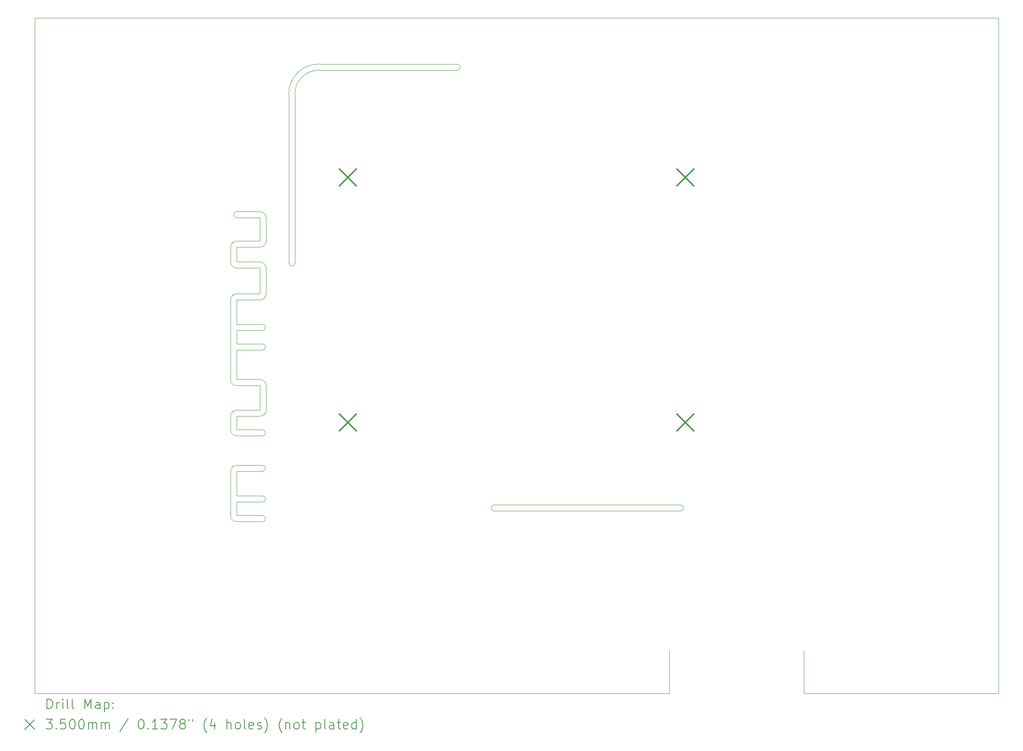
<source format=gbr>
%TF.GenerationSoftware,KiCad,Pcbnew,7.0.9*%
%TF.CreationDate,2024-03-27T11:05:03+01:00*%
%TF.ProjectId,supersmymps v2,73757065-7273-46d7-996d-70732076322e,rev?*%
%TF.SameCoordinates,Original*%
%TF.FileFunction,Drillmap*%
%TF.FilePolarity,Positive*%
%FSLAX45Y45*%
G04 Gerber Fmt 4.5, Leading zero omitted, Abs format (unit mm)*
G04 Created by KiCad (PCBNEW 7.0.9) date 2024-03-27 11:05:03*
%MOMM*%
%LPD*%
G01*
G04 APERTURE LIST*
%ADD10C,0.100000*%
%ADD11C,0.200000*%
%ADD12C,0.350000*%
G04 APERTURE END LIST*
D10*
X6191000Y-7715000D02*
G75*
G03*
X6064000Y-7842000I0J-127000D01*
G01*
X6191000Y-6749800D02*
X6673600Y-6749800D01*
X6673600Y-7842000D02*
X6191000Y-7842000D01*
X11537700Y-12090400D02*
G75*
G03*
X11537700Y-12217400I0J-63500D01*
G01*
X10763000Y-3079500D02*
G75*
G03*
X10763000Y-2952500I0J63500D01*
G01*
X6721860Y-11395460D02*
X6191000Y-11392920D01*
X6064000Y-8286500D02*
X6064000Y-7842000D01*
X6673600Y-9493000D02*
X6191000Y-9493000D01*
X15163800Y-15113000D02*
X15163800Y-16002000D01*
X6724400Y-8477000D02*
G75*
G03*
X6724400Y-8350000I0J63500D01*
G01*
X2000000Y-2000000D02*
X2000000Y-16000000D01*
X6191000Y-10534400D02*
X6191000Y-10255000D01*
X6673600Y-10128000D02*
X6673600Y-9620000D01*
X6800600Y-7181600D02*
X6800600Y-7715000D01*
X6064000Y-9493000D02*
X6064000Y-9048500D01*
X6800600Y-10128000D02*
X6800600Y-9620000D01*
X6191000Y-7054600D02*
X6673600Y-7054600D01*
X7905500Y-2952500D02*
X10763000Y-2952500D01*
X6673600Y-7715000D02*
X6673600Y-7181600D01*
X6673600Y-7181600D02*
X6191000Y-7181600D01*
X6064000Y-8413500D02*
X6064000Y-8286500D01*
X6673600Y-7842000D02*
G75*
G03*
X6800600Y-7715000I0J127000D01*
G01*
X6191000Y-7054600D02*
X6191000Y-6749800D01*
X6724400Y-8883400D02*
G75*
G03*
X6724400Y-8756400I0J63500D01*
G01*
X6191000Y-11271000D02*
X6721860Y-11268460D01*
X6191000Y-8350000D02*
X6191000Y-7842000D01*
X17957800Y-15113000D02*
X17957800Y-16002000D01*
X6191000Y-10534400D02*
X6724400Y-10534400D01*
X6064000Y-9048500D02*
X6064000Y-8921500D01*
X6191000Y-8756400D02*
X6724400Y-8756400D01*
X15398500Y-12090400D02*
X11537700Y-12090400D01*
X6673600Y-10255000D02*
G75*
G03*
X6800600Y-10128000I0J127000D01*
G01*
X7905500Y-2952500D02*
G75*
G03*
X7270127Y-3588301I-15885J-619499D01*
G01*
X6635500Y-7715000D02*
X6673600Y-7715000D01*
X6191000Y-6013200D02*
G75*
G03*
X6191000Y-6140200I0J-63500D01*
G01*
X6673600Y-10128000D02*
X6191000Y-10128000D01*
X7270500Y-7080000D02*
X7270500Y-3587500D01*
X6191000Y-11906000D02*
X6724400Y-11906000D01*
X6191000Y-11392920D02*
X6191000Y-11906000D01*
X6724400Y-12033000D02*
X6191000Y-12033000D01*
X6064000Y-11842500D02*
X6064000Y-11398000D01*
X7270500Y-7080000D02*
G75*
G03*
X7397500Y-7080000I63500J0D01*
G01*
X22000000Y-16000000D02*
X17957800Y-16002000D01*
X6064000Y-9493000D02*
G75*
G03*
X6191000Y-9620000I127000J0D01*
G01*
X2000000Y-2000000D02*
X22000000Y-2000000D01*
X6724400Y-12439400D02*
G75*
G03*
X6724400Y-12312400I0J63500D01*
G01*
X6191000Y-10255000D02*
X6673600Y-10255000D01*
X6800600Y-7181600D02*
G75*
G03*
X6673600Y-7054600I-127000J0D01*
G01*
X6799970Y-6635437D02*
X6801233Y-6140200D01*
X6721860Y-11395460D02*
G75*
G03*
X6721860Y-11268460I0J63500D01*
G01*
X6191000Y-6013200D02*
X6673600Y-6013200D01*
X6673600Y-6140200D02*
X6673600Y-6622800D01*
X6191000Y-9620000D02*
X6673600Y-9620000D01*
X6724400Y-12439400D02*
X6191000Y-12439400D01*
X6673600Y-6622800D02*
X6191000Y-6622800D01*
X6191000Y-8350000D02*
X6724400Y-8350000D01*
X10763000Y-3079500D02*
X7905500Y-3079500D01*
X6064000Y-7054600D02*
X6064000Y-6749800D01*
X2000000Y-16000000D02*
X15163800Y-16002000D01*
X6191000Y-12312400D02*
X6191000Y-12033000D01*
X11537700Y-12217400D02*
X15398500Y-12217400D01*
X6191000Y-11271000D02*
G75*
G03*
X6064000Y-11398000I0J-127000D01*
G01*
X6724400Y-8883400D02*
X6191000Y-8883400D01*
X6191000Y-6622800D02*
G75*
G03*
X6064000Y-6749800I0J-127000D01*
G01*
X6724400Y-12312400D02*
X6191000Y-12312400D01*
X6064000Y-10534400D02*
X6064000Y-10255000D01*
X6800600Y-6140200D02*
G75*
G03*
X6673600Y-6013200I-127000J0D01*
G01*
X15398500Y-12217400D02*
G75*
G03*
X15398500Y-12090400I0J63500D01*
G01*
X6064000Y-11969500D02*
X6064000Y-11842500D01*
X6724400Y-12033000D02*
G75*
G03*
X6724400Y-11906000I0J63500D01*
G01*
X6064000Y-7054600D02*
G75*
G03*
X6191000Y-7181600I127000J0D01*
G01*
X6673600Y-6749800D02*
G75*
G03*
X6799970Y-6635437I0J127000D01*
G01*
X6191000Y-9493000D02*
X6191000Y-8883400D01*
X7905500Y-3079500D02*
G75*
G03*
X7397509Y-3587834I-12700J-495300D01*
G01*
X6064000Y-10534400D02*
G75*
G03*
X6191000Y-10661400I127000J0D01*
G01*
X6191000Y-10128000D02*
G75*
G03*
X6064000Y-10255000I0J-127000D01*
G01*
X6673600Y-6140200D02*
X6191000Y-6140200D01*
X6800600Y-9620000D02*
G75*
G03*
X6673600Y-9493000I-127000J0D01*
G01*
X6064000Y-12312400D02*
G75*
G03*
X6191000Y-12439400I127000J0D01*
G01*
X6064000Y-12312400D02*
X6064000Y-11969500D01*
X6724400Y-10661400D02*
G75*
G03*
X6724400Y-10534400I0J63500D01*
G01*
X22000000Y-2000000D02*
X22000000Y-16000000D01*
X7397500Y-3587500D02*
X7397500Y-7080000D01*
X6191000Y-8756400D02*
X6191000Y-8477000D01*
X6724400Y-10661400D02*
X6191000Y-10661400D01*
X6064000Y-8921500D02*
X6064000Y-8413500D01*
X6724400Y-8477000D02*
X6191000Y-8477000D01*
X6191000Y-7715000D02*
X6635500Y-7715000D01*
D11*
D12*
X8325000Y-5127000D02*
X8675000Y-5477000D01*
X8675000Y-5127000D02*
X8325000Y-5477000D01*
X8325000Y-10207000D02*
X8675000Y-10557000D01*
X8675000Y-10207000D02*
X8325000Y-10557000D01*
X15325000Y-5127000D02*
X15675000Y-5477000D01*
X15675000Y-5127000D02*
X15325000Y-5477000D01*
X15325000Y-10207000D02*
X15675000Y-10557000D01*
X15675000Y-10207000D02*
X15325000Y-10557000D01*
D11*
X2255777Y-16318484D02*
X2255777Y-16118484D01*
X2255777Y-16118484D02*
X2303396Y-16118484D01*
X2303396Y-16118484D02*
X2331967Y-16128008D01*
X2331967Y-16128008D02*
X2351015Y-16147055D01*
X2351015Y-16147055D02*
X2360539Y-16166103D01*
X2360539Y-16166103D02*
X2370063Y-16204198D01*
X2370063Y-16204198D02*
X2370063Y-16232769D01*
X2370063Y-16232769D02*
X2360539Y-16270865D01*
X2360539Y-16270865D02*
X2351015Y-16289912D01*
X2351015Y-16289912D02*
X2331967Y-16308960D01*
X2331967Y-16308960D02*
X2303396Y-16318484D01*
X2303396Y-16318484D02*
X2255777Y-16318484D01*
X2455777Y-16318484D02*
X2455777Y-16185150D01*
X2455777Y-16223246D02*
X2465301Y-16204198D01*
X2465301Y-16204198D02*
X2474824Y-16194674D01*
X2474824Y-16194674D02*
X2493872Y-16185150D01*
X2493872Y-16185150D02*
X2512920Y-16185150D01*
X2579586Y-16318484D02*
X2579586Y-16185150D01*
X2579586Y-16118484D02*
X2570063Y-16128008D01*
X2570063Y-16128008D02*
X2579586Y-16137531D01*
X2579586Y-16137531D02*
X2589110Y-16128008D01*
X2589110Y-16128008D02*
X2579586Y-16118484D01*
X2579586Y-16118484D02*
X2579586Y-16137531D01*
X2703396Y-16318484D02*
X2684348Y-16308960D01*
X2684348Y-16308960D02*
X2674824Y-16289912D01*
X2674824Y-16289912D02*
X2674824Y-16118484D01*
X2808158Y-16318484D02*
X2789110Y-16308960D01*
X2789110Y-16308960D02*
X2779586Y-16289912D01*
X2779586Y-16289912D02*
X2779586Y-16118484D01*
X3036729Y-16318484D02*
X3036729Y-16118484D01*
X3036729Y-16118484D02*
X3103396Y-16261341D01*
X3103396Y-16261341D02*
X3170062Y-16118484D01*
X3170062Y-16118484D02*
X3170062Y-16318484D01*
X3351015Y-16318484D02*
X3351015Y-16213722D01*
X3351015Y-16213722D02*
X3341491Y-16194674D01*
X3341491Y-16194674D02*
X3322443Y-16185150D01*
X3322443Y-16185150D02*
X3284348Y-16185150D01*
X3284348Y-16185150D02*
X3265301Y-16194674D01*
X3351015Y-16308960D02*
X3331967Y-16318484D01*
X3331967Y-16318484D02*
X3284348Y-16318484D01*
X3284348Y-16318484D02*
X3265301Y-16308960D01*
X3265301Y-16308960D02*
X3255777Y-16289912D01*
X3255777Y-16289912D02*
X3255777Y-16270865D01*
X3255777Y-16270865D02*
X3265301Y-16251817D01*
X3265301Y-16251817D02*
X3284348Y-16242293D01*
X3284348Y-16242293D02*
X3331967Y-16242293D01*
X3331967Y-16242293D02*
X3351015Y-16232769D01*
X3446253Y-16185150D02*
X3446253Y-16385150D01*
X3446253Y-16194674D02*
X3465301Y-16185150D01*
X3465301Y-16185150D02*
X3503396Y-16185150D01*
X3503396Y-16185150D02*
X3522443Y-16194674D01*
X3522443Y-16194674D02*
X3531967Y-16204198D01*
X3531967Y-16204198D02*
X3541491Y-16223246D01*
X3541491Y-16223246D02*
X3541491Y-16280388D01*
X3541491Y-16280388D02*
X3531967Y-16299436D01*
X3531967Y-16299436D02*
X3522443Y-16308960D01*
X3522443Y-16308960D02*
X3503396Y-16318484D01*
X3503396Y-16318484D02*
X3465301Y-16318484D01*
X3465301Y-16318484D02*
X3446253Y-16308960D01*
X3627205Y-16299436D02*
X3636729Y-16308960D01*
X3636729Y-16308960D02*
X3627205Y-16318484D01*
X3627205Y-16318484D02*
X3617682Y-16308960D01*
X3617682Y-16308960D02*
X3627205Y-16299436D01*
X3627205Y-16299436D02*
X3627205Y-16318484D01*
X3627205Y-16194674D02*
X3636729Y-16204198D01*
X3636729Y-16204198D02*
X3627205Y-16213722D01*
X3627205Y-16213722D02*
X3617682Y-16204198D01*
X3617682Y-16204198D02*
X3627205Y-16194674D01*
X3627205Y-16194674D02*
X3627205Y-16213722D01*
X1795000Y-16547000D02*
X1995000Y-16747000D01*
X1995000Y-16547000D02*
X1795000Y-16747000D01*
X2236729Y-16538484D02*
X2360539Y-16538484D01*
X2360539Y-16538484D02*
X2293872Y-16614674D01*
X2293872Y-16614674D02*
X2322444Y-16614674D01*
X2322444Y-16614674D02*
X2341491Y-16624198D01*
X2341491Y-16624198D02*
X2351015Y-16633722D01*
X2351015Y-16633722D02*
X2360539Y-16652769D01*
X2360539Y-16652769D02*
X2360539Y-16700388D01*
X2360539Y-16700388D02*
X2351015Y-16719436D01*
X2351015Y-16719436D02*
X2341491Y-16728960D01*
X2341491Y-16728960D02*
X2322444Y-16738484D01*
X2322444Y-16738484D02*
X2265301Y-16738484D01*
X2265301Y-16738484D02*
X2246253Y-16728960D01*
X2246253Y-16728960D02*
X2236729Y-16719436D01*
X2446253Y-16719436D02*
X2455777Y-16728960D01*
X2455777Y-16728960D02*
X2446253Y-16738484D01*
X2446253Y-16738484D02*
X2436729Y-16728960D01*
X2436729Y-16728960D02*
X2446253Y-16719436D01*
X2446253Y-16719436D02*
X2446253Y-16738484D01*
X2636729Y-16538484D02*
X2541491Y-16538484D01*
X2541491Y-16538484D02*
X2531967Y-16633722D01*
X2531967Y-16633722D02*
X2541491Y-16624198D01*
X2541491Y-16624198D02*
X2560539Y-16614674D01*
X2560539Y-16614674D02*
X2608158Y-16614674D01*
X2608158Y-16614674D02*
X2627205Y-16624198D01*
X2627205Y-16624198D02*
X2636729Y-16633722D01*
X2636729Y-16633722D02*
X2646253Y-16652769D01*
X2646253Y-16652769D02*
X2646253Y-16700388D01*
X2646253Y-16700388D02*
X2636729Y-16719436D01*
X2636729Y-16719436D02*
X2627205Y-16728960D01*
X2627205Y-16728960D02*
X2608158Y-16738484D01*
X2608158Y-16738484D02*
X2560539Y-16738484D01*
X2560539Y-16738484D02*
X2541491Y-16728960D01*
X2541491Y-16728960D02*
X2531967Y-16719436D01*
X2770063Y-16538484D02*
X2789110Y-16538484D01*
X2789110Y-16538484D02*
X2808158Y-16548008D01*
X2808158Y-16548008D02*
X2817682Y-16557531D01*
X2817682Y-16557531D02*
X2827205Y-16576579D01*
X2827205Y-16576579D02*
X2836729Y-16614674D01*
X2836729Y-16614674D02*
X2836729Y-16662293D01*
X2836729Y-16662293D02*
X2827205Y-16700388D01*
X2827205Y-16700388D02*
X2817682Y-16719436D01*
X2817682Y-16719436D02*
X2808158Y-16728960D01*
X2808158Y-16728960D02*
X2789110Y-16738484D01*
X2789110Y-16738484D02*
X2770063Y-16738484D01*
X2770063Y-16738484D02*
X2751015Y-16728960D01*
X2751015Y-16728960D02*
X2741491Y-16719436D01*
X2741491Y-16719436D02*
X2731967Y-16700388D01*
X2731967Y-16700388D02*
X2722444Y-16662293D01*
X2722444Y-16662293D02*
X2722444Y-16614674D01*
X2722444Y-16614674D02*
X2731967Y-16576579D01*
X2731967Y-16576579D02*
X2741491Y-16557531D01*
X2741491Y-16557531D02*
X2751015Y-16548008D01*
X2751015Y-16548008D02*
X2770063Y-16538484D01*
X2960539Y-16538484D02*
X2979586Y-16538484D01*
X2979586Y-16538484D02*
X2998634Y-16548008D01*
X2998634Y-16548008D02*
X3008158Y-16557531D01*
X3008158Y-16557531D02*
X3017682Y-16576579D01*
X3017682Y-16576579D02*
X3027205Y-16614674D01*
X3027205Y-16614674D02*
X3027205Y-16662293D01*
X3027205Y-16662293D02*
X3017682Y-16700388D01*
X3017682Y-16700388D02*
X3008158Y-16719436D01*
X3008158Y-16719436D02*
X2998634Y-16728960D01*
X2998634Y-16728960D02*
X2979586Y-16738484D01*
X2979586Y-16738484D02*
X2960539Y-16738484D01*
X2960539Y-16738484D02*
X2941491Y-16728960D01*
X2941491Y-16728960D02*
X2931967Y-16719436D01*
X2931967Y-16719436D02*
X2922443Y-16700388D01*
X2922443Y-16700388D02*
X2912920Y-16662293D01*
X2912920Y-16662293D02*
X2912920Y-16614674D01*
X2912920Y-16614674D02*
X2922443Y-16576579D01*
X2922443Y-16576579D02*
X2931967Y-16557531D01*
X2931967Y-16557531D02*
X2941491Y-16548008D01*
X2941491Y-16548008D02*
X2960539Y-16538484D01*
X3112920Y-16738484D02*
X3112920Y-16605150D01*
X3112920Y-16624198D02*
X3122443Y-16614674D01*
X3122443Y-16614674D02*
X3141491Y-16605150D01*
X3141491Y-16605150D02*
X3170063Y-16605150D01*
X3170063Y-16605150D02*
X3189110Y-16614674D01*
X3189110Y-16614674D02*
X3198634Y-16633722D01*
X3198634Y-16633722D02*
X3198634Y-16738484D01*
X3198634Y-16633722D02*
X3208158Y-16614674D01*
X3208158Y-16614674D02*
X3227205Y-16605150D01*
X3227205Y-16605150D02*
X3255777Y-16605150D01*
X3255777Y-16605150D02*
X3274824Y-16614674D01*
X3274824Y-16614674D02*
X3284348Y-16633722D01*
X3284348Y-16633722D02*
X3284348Y-16738484D01*
X3379586Y-16738484D02*
X3379586Y-16605150D01*
X3379586Y-16624198D02*
X3389110Y-16614674D01*
X3389110Y-16614674D02*
X3408158Y-16605150D01*
X3408158Y-16605150D02*
X3436729Y-16605150D01*
X3436729Y-16605150D02*
X3455777Y-16614674D01*
X3455777Y-16614674D02*
X3465301Y-16633722D01*
X3465301Y-16633722D02*
X3465301Y-16738484D01*
X3465301Y-16633722D02*
X3474824Y-16614674D01*
X3474824Y-16614674D02*
X3493872Y-16605150D01*
X3493872Y-16605150D02*
X3522443Y-16605150D01*
X3522443Y-16605150D02*
X3541491Y-16614674D01*
X3541491Y-16614674D02*
X3551015Y-16633722D01*
X3551015Y-16633722D02*
X3551015Y-16738484D01*
X3941491Y-16528960D02*
X3770063Y-16786103D01*
X4198634Y-16538484D02*
X4217682Y-16538484D01*
X4217682Y-16538484D02*
X4236729Y-16548008D01*
X4236729Y-16548008D02*
X4246253Y-16557531D01*
X4246253Y-16557531D02*
X4255777Y-16576579D01*
X4255777Y-16576579D02*
X4265301Y-16614674D01*
X4265301Y-16614674D02*
X4265301Y-16662293D01*
X4265301Y-16662293D02*
X4255777Y-16700388D01*
X4255777Y-16700388D02*
X4246253Y-16719436D01*
X4246253Y-16719436D02*
X4236729Y-16728960D01*
X4236729Y-16728960D02*
X4217682Y-16738484D01*
X4217682Y-16738484D02*
X4198634Y-16738484D01*
X4198634Y-16738484D02*
X4179586Y-16728960D01*
X4179586Y-16728960D02*
X4170063Y-16719436D01*
X4170063Y-16719436D02*
X4160539Y-16700388D01*
X4160539Y-16700388D02*
X4151015Y-16662293D01*
X4151015Y-16662293D02*
X4151015Y-16614674D01*
X4151015Y-16614674D02*
X4160539Y-16576579D01*
X4160539Y-16576579D02*
X4170063Y-16557531D01*
X4170063Y-16557531D02*
X4179586Y-16548008D01*
X4179586Y-16548008D02*
X4198634Y-16538484D01*
X4351015Y-16719436D02*
X4360539Y-16728960D01*
X4360539Y-16728960D02*
X4351015Y-16738484D01*
X4351015Y-16738484D02*
X4341491Y-16728960D01*
X4341491Y-16728960D02*
X4351015Y-16719436D01*
X4351015Y-16719436D02*
X4351015Y-16738484D01*
X4551015Y-16738484D02*
X4436729Y-16738484D01*
X4493872Y-16738484D02*
X4493872Y-16538484D01*
X4493872Y-16538484D02*
X4474825Y-16567055D01*
X4474825Y-16567055D02*
X4455777Y-16586103D01*
X4455777Y-16586103D02*
X4436729Y-16595627D01*
X4617682Y-16538484D02*
X4741491Y-16538484D01*
X4741491Y-16538484D02*
X4674825Y-16614674D01*
X4674825Y-16614674D02*
X4703396Y-16614674D01*
X4703396Y-16614674D02*
X4722444Y-16624198D01*
X4722444Y-16624198D02*
X4731968Y-16633722D01*
X4731968Y-16633722D02*
X4741491Y-16652769D01*
X4741491Y-16652769D02*
X4741491Y-16700388D01*
X4741491Y-16700388D02*
X4731968Y-16719436D01*
X4731968Y-16719436D02*
X4722444Y-16728960D01*
X4722444Y-16728960D02*
X4703396Y-16738484D01*
X4703396Y-16738484D02*
X4646253Y-16738484D01*
X4646253Y-16738484D02*
X4627206Y-16728960D01*
X4627206Y-16728960D02*
X4617682Y-16719436D01*
X4808158Y-16538484D02*
X4941491Y-16538484D01*
X4941491Y-16538484D02*
X4855777Y-16738484D01*
X5046253Y-16624198D02*
X5027206Y-16614674D01*
X5027206Y-16614674D02*
X5017682Y-16605150D01*
X5017682Y-16605150D02*
X5008158Y-16586103D01*
X5008158Y-16586103D02*
X5008158Y-16576579D01*
X5008158Y-16576579D02*
X5017682Y-16557531D01*
X5017682Y-16557531D02*
X5027206Y-16548008D01*
X5027206Y-16548008D02*
X5046253Y-16538484D01*
X5046253Y-16538484D02*
X5084349Y-16538484D01*
X5084349Y-16538484D02*
X5103396Y-16548008D01*
X5103396Y-16548008D02*
X5112920Y-16557531D01*
X5112920Y-16557531D02*
X5122444Y-16576579D01*
X5122444Y-16576579D02*
X5122444Y-16586103D01*
X5122444Y-16586103D02*
X5112920Y-16605150D01*
X5112920Y-16605150D02*
X5103396Y-16614674D01*
X5103396Y-16614674D02*
X5084349Y-16624198D01*
X5084349Y-16624198D02*
X5046253Y-16624198D01*
X5046253Y-16624198D02*
X5027206Y-16633722D01*
X5027206Y-16633722D02*
X5017682Y-16643246D01*
X5017682Y-16643246D02*
X5008158Y-16662293D01*
X5008158Y-16662293D02*
X5008158Y-16700388D01*
X5008158Y-16700388D02*
X5017682Y-16719436D01*
X5017682Y-16719436D02*
X5027206Y-16728960D01*
X5027206Y-16728960D02*
X5046253Y-16738484D01*
X5046253Y-16738484D02*
X5084349Y-16738484D01*
X5084349Y-16738484D02*
X5103396Y-16728960D01*
X5103396Y-16728960D02*
X5112920Y-16719436D01*
X5112920Y-16719436D02*
X5122444Y-16700388D01*
X5122444Y-16700388D02*
X5122444Y-16662293D01*
X5122444Y-16662293D02*
X5112920Y-16643246D01*
X5112920Y-16643246D02*
X5103396Y-16633722D01*
X5103396Y-16633722D02*
X5084349Y-16624198D01*
X5198634Y-16538484D02*
X5198634Y-16576579D01*
X5274825Y-16538484D02*
X5274825Y-16576579D01*
X5570063Y-16814674D02*
X5560539Y-16805150D01*
X5560539Y-16805150D02*
X5541491Y-16776579D01*
X5541491Y-16776579D02*
X5531968Y-16757531D01*
X5531968Y-16757531D02*
X5522444Y-16728960D01*
X5522444Y-16728960D02*
X5512920Y-16681341D01*
X5512920Y-16681341D02*
X5512920Y-16643246D01*
X5512920Y-16643246D02*
X5522444Y-16595627D01*
X5522444Y-16595627D02*
X5531968Y-16567055D01*
X5531968Y-16567055D02*
X5541491Y-16548008D01*
X5541491Y-16548008D02*
X5560539Y-16519436D01*
X5560539Y-16519436D02*
X5570063Y-16509912D01*
X5731968Y-16605150D02*
X5731968Y-16738484D01*
X5684348Y-16528960D02*
X5636729Y-16671817D01*
X5636729Y-16671817D02*
X5760539Y-16671817D01*
X5989110Y-16738484D02*
X5989110Y-16538484D01*
X6074825Y-16738484D02*
X6074825Y-16633722D01*
X6074825Y-16633722D02*
X6065301Y-16614674D01*
X6065301Y-16614674D02*
X6046253Y-16605150D01*
X6046253Y-16605150D02*
X6017682Y-16605150D01*
X6017682Y-16605150D02*
X5998634Y-16614674D01*
X5998634Y-16614674D02*
X5989110Y-16624198D01*
X6198634Y-16738484D02*
X6179587Y-16728960D01*
X6179587Y-16728960D02*
X6170063Y-16719436D01*
X6170063Y-16719436D02*
X6160539Y-16700388D01*
X6160539Y-16700388D02*
X6160539Y-16643246D01*
X6160539Y-16643246D02*
X6170063Y-16624198D01*
X6170063Y-16624198D02*
X6179587Y-16614674D01*
X6179587Y-16614674D02*
X6198634Y-16605150D01*
X6198634Y-16605150D02*
X6227206Y-16605150D01*
X6227206Y-16605150D02*
X6246253Y-16614674D01*
X6246253Y-16614674D02*
X6255777Y-16624198D01*
X6255777Y-16624198D02*
X6265301Y-16643246D01*
X6265301Y-16643246D02*
X6265301Y-16700388D01*
X6265301Y-16700388D02*
X6255777Y-16719436D01*
X6255777Y-16719436D02*
X6246253Y-16728960D01*
X6246253Y-16728960D02*
X6227206Y-16738484D01*
X6227206Y-16738484D02*
X6198634Y-16738484D01*
X6379587Y-16738484D02*
X6360539Y-16728960D01*
X6360539Y-16728960D02*
X6351015Y-16709912D01*
X6351015Y-16709912D02*
X6351015Y-16538484D01*
X6531968Y-16728960D02*
X6512920Y-16738484D01*
X6512920Y-16738484D02*
X6474825Y-16738484D01*
X6474825Y-16738484D02*
X6455777Y-16728960D01*
X6455777Y-16728960D02*
X6446253Y-16709912D01*
X6446253Y-16709912D02*
X6446253Y-16633722D01*
X6446253Y-16633722D02*
X6455777Y-16614674D01*
X6455777Y-16614674D02*
X6474825Y-16605150D01*
X6474825Y-16605150D02*
X6512920Y-16605150D01*
X6512920Y-16605150D02*
X6531968Y-16614674D01*
X6531968Y-16614674D02*
X6541491Y-16633722D01*
X6541491Y-16633722D02*
X6541491Y-16652769D01*
X6541491Y-16652769D02*
X6446253Y-16671817D01*
X6617682Y-16728960D02*
X6636730Y-16738484D01*
X6636730Y-16738484D02*
X6674825Y-16738484D01*
X6674825Y-16738484D02*
X6693872Y-16728960D01*
X6693872Y-16728960D02*
X6703396Y-16709912D01*
X6703396Y-16709912D02*
X6703396Y-16700388D01*
X6703396Y-16700388D02*
X6693872Y-16681341D01*
X6693872Y-16681341D02*
X6674825Y-16671817D01*
X6674825Y-16671817D02*
X6646253Y-16671817D01*
X6646253Y-16671817D02*
X6627206Y-16662293D01*
X6627206Y-16662293D02*
X6617682Y-16643246D01*
X6617682Y-16643246D02*
X6617682Y-16633722D01*
X6617682Y-16633722D02*
X6627206Y-16614674D01*
X6627206Y-16614674D02*
X6646253Y-16605150D01*
X6646253Y-16605150D02*
X6674825Y-16605150D01*
X6674825Y-16605150D02*
X6693872Y-16614674D01*
X6770063Y-16814674D02*
X6779587Y-16805150D01*
X6779587Y-16805150D02*
X6798634Y-16776579D01*
X6798634Y-16776579D02*
X6808158Y-16757531D01*
X6808158Y-16757531D02*
X6817682Y-16728960D01*
X6817682Y-16728960D02*
X6827206Y-16681341D01*
X6827206Y-16681341D02*
X6827206Y-16643246D01*
X6827206Y-16643246D02*
X6817682Y-16595627D01*
X6817682Y-16595627D02*
X6808158Y-16567055D01*
X6808158Y-16567055D02*
X6798634Y-16548008D01*
X6798634Y-16548008D02*
X6779587Y-16519436D01*
X6779587Y-16519436D02*
X6770063Y-16509912D01*
X7131968Y-16814674D02*
X7122444Y-16805150D01*
X7122444Y-16805150D02*
X7103396Y-16776579D01*
X7103396Y-16776579D02*
X7093872Y-16757531D01*
X7093872Y-16757531D02*
X7084349Y-16728960D01*
X7084349Y-16728960D02*
X7074825Y-16681341D01*
X7074825Y-16681341D02*
X7074825Y-16643246D01*
X7074825Y-16643246D02*
X7084349Y-16595627D01*
X7084349Y-16595627D02*
X7093872Y-16567055D01*
X7093872Y-16567055D02*
X7103396Y-16548008D01*
X7103396Y-16548008D02*
X7122444Y-16519436D01*
X7122444Y-16519436D02*
X7131968Y-16509912D01*
X7208158Y-16605150D02*
X7208158Y-16738484D01*
X7208158Y-16624198D02*
X7217682Y-16614674D01*
X7217682Y-16614674D02*
X7236730Y-16605150D01*
X7236730Y-16605150D02*
X7265301Y-16605150D01*
X7265301Y-16605150D02*
X7284349Y-16614674D01*
X7284349Y-16614674D02*
X7293872Y-16633722D01*
X7293872Y-16633722D02*
X7293872Y-16738484D01*
X7417682Y-16738484D02*
X7398634Y-16728960D01*
X7398634Y-16728960D02*
X7389111Y-16719436D01*
X7389111Y-16719436D02*
X7379587Y-16700388D01*
X7379587Y-16700388D02*
X7379587Y-16643246D01*
X7379587Y-16643246D02*
X7389111Y-16624198D01*
X7389111Y-16624198D02*
X7398634Y-16614674D01*
X7398634Y-16614674D02*
X7417682Y-16605150D01*
X7417682Y-16605150D02*
X7446253Y-16605150D01*
X7446253Y-16605150D02*
X7465301Y-16614674D01*
X7465301Y-16614674D02*
X7474825Y-16624198D01*
X7474825Y-16624198D02*
X7484349Y-16643246D01*
X7484349Y-16643246D02*
X7484349Y-16700388D01*
X7484349Y-16700388D02*
X7474825Y-16719436D01*
X7474825Y-16719436D02*
X7465301Y-16728960D01*
X7465301Y-16728960D02*
X7446253Y-16738484D01*
X7446253Y-16738484D02*
X7417682Y-16738484D01*
X7541492Y-16605150D02*
X7617682Y-16605150D01*
X7570063Y-16538484D02*
X7570063Y-16709912D01*
X7570063Y-16709912D02*
X7579587Y-16728960D01*
X7579587Y-16728960D02*
X7598634Y-16738484D01*
X7598634Y-16738484D02*
X7617682Y-16738484D01*
X7836730Y-16605150D02*
X7836730Y-16805150D01*
X7836730Y-16614674D02*
X7855777Y-16605150D01*
X7855777Y-16605150D02*
X7893873Y-16605150D01*
X7893873Y-16605150D02*
X7912920Y-16614674D01*
X7912920Y-16614674D02*
X7922444Y-16624198D01*
X7922444Y-16624198D02*
X7931968Y-16643246D01*
X7931968Y-16643246D02*
X7931968Y-16700388D01*
X7931968Y-16700388D02*
X7922444Y-16719436D01*
X7922444Y-16719436D02*
X7912920Y-16728960D01*
X7912920Y-16728960D02*
X7893873Y-16738484D01*
X7893873Y-16738484D02*
X7855777Y-16738484D01*
X7855777Y-16738484D02*
X7836730Y-16728960D01*
X8046253Y-16738484D02*
X8027206Y-16728960D01*
X8027206Y-16728960D02*
X8017682Y-16709912D01*
X8017682Y-16709912D02*
X8017682Y-16538484D01*
X8208158Y-16738484D02*
X8208158Y-16633722D01*
X8208158Y-16633722D02*
X8198634Y-16614674D01*
X8198634Y-16614674D02*
X8179587Y-16605150D01*
X8179587Y-16605150D02*
X8141492Y-16605150D01*
X8141492Y-16605150D02*
X8122444Y-16614674D01*
X8208158Y-16728960D02*
X8189111Y-16738484D01*
X8189111Y-16738484D02*
X8141492Y-16738484D01*
X8141492Y-16738484D02*
X8122444Y-16728960D01*
X8122444Y-16728960D02*
X8112920Y-16709912D01*
X8112920Y-16709912D02*
X8112920Y-16690865D01*
X8112920Y-16690865D02*
X8122444Y-16671817D01*
X8122444Y-16671817D02*
X8141492Y-16662293D01*
X8141492Y-16662293D02*
X8189111Y-16662293D01*
X8189111Y-16662293D02*
X8208158Y-16652769D01*
X8274825Y-16605150D02*
X8351015Y-16605150D01*
X8303396Y-16538484D02*
X8303396Y-16709912D01*
X8303396Y-16709912D02*
X8312920Y-16728960D01*
X8312920Y-16728960D02*
X8331968Y-16738484D01*
X8331968Y-16738484D02*
X8351015Y-16738484D01*
X8493873Y-16728960D02*
X8474825Y-16738484D01*
X8474825Y-16738484D02*
X8436730Y-16738484D01*
X8436730Y-16738484D02*
X8417682Y-16728960D01*
X8417682Y-16728960D02*
X8408158Y-16709912D01*
X8408158Y-16709912D02*
X8408158Y-16633722D01*
X8408158Y-16633722D02*
X8417682Y-16614674D01*
X8417682Y-16614674D02*
X8436730Y-16605150D01*
X8436730Y-16605150D02*
X8474825Y-16605150D01*
X8474825Y-16605150D02*
X8493873Y-16614674D01*
X8493873Y-16614674D02*
X8503396Y-16633722D01*
X8503396Y-16633722D02*
X8503396Y-16652769D01*
X8503396Y-16652769D02*
X8408158Y-16671817D01*
X8674825Y-16738484D02*
X8674825Y-16538484D01*
X8674825Y-16728960D02*
X8655777Y-16738484D01*
X8655777Y-16738484D02*
X8617682Y-16738484D01*
X8617682Y-16738484D02*
X8598635Y-16728960D01*
X8598635Y-16728960D02*
X8589111Y-16719436D01*
X8589111Y-16719436D02*
X8579587Y-16700388D01*
X8579587Y-16700388D02*
X8579587Y-16643246D01*
X8579587Y-16643246D02*
X8589111Y-16624198D01*
X8589111Y-16624198D02*
X8598635Y-16614674D01*
X8598635Y-16614674D02*
X8617682Y-16605150D01*
X8617682Y-16605150D02*
X8655777Y-16605150D01*
X8655777Y-16605150D02*
X8674825Y-16614674D01*
X8751016Y-16814674D02*
X8760539Y-16805150D01*
X8760539Y-16805150D02*
X8779587Y-16776579D01*
X8779587Y-16776579D02*
X8789111Y-16757531D01*
X8789111Y-16757531D02*
X8798635Y-16728960D01*
X8798635Y-16728960D02*
X8808158Y-16681341D01*
X8808158Y-16681341D02*
X8808158Y-16643246D01*
X8808158Y-16643246D02*
X8798635Y-16595627D01*
X8798635Y-16595627D02*
X8789111Y-16567055D01*
X8789111Y-16567055D02*
X8779587Y-16548008D01*
X8779587Y-16548008D02*
X8760539Y-16519436D01*
X8760539Y-16519436D02*
X8751016Y-16509912D01*
M02*

</source>
